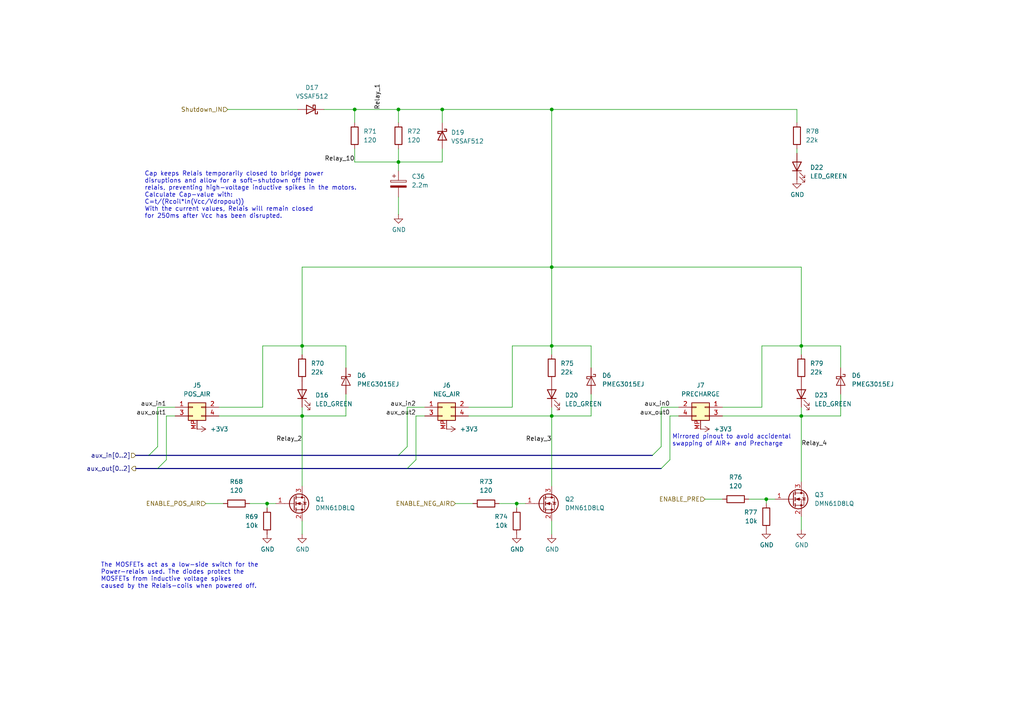
<source format=kicad_sch>
(kicad_sch (version 20231120) (generator "eeschema") (generator_version "8.0")
  (paper "A4")
  (lib_symbols
    (symbol "Device:C_Polarized" (pin_numbers hide) (pin_names (offset 0.254))
      (property "Reference" "C" (at 0.635 2.54 0))
      (property "Value" "C_Polarized" (at 0.635 -2.54 0))
      (symbol "C_Polarized_0_1"
        (rectangle (start -2.286 0.508) (end 2.286 1.016))
        (polyline (pts (xy -1.778 2.286) (xy -0.762 2.286)))
        (polyline (pts (xy -1.27 2.794) (xy -1.27 1.778)))
        (rectangle (start 2.286 -0.508) (end -2.286 -1.016) (fill (type outline)))
      )
      (symbol "C_Polarized_1_1"
        (pin passive line (at 0 3.81 270) (length 2.794) (name "~") (number "1"))
        (pin passive line (at 0 -3.81 90) (length 2.794) (name "~") (number "2"))
      )
    )
    (symbol "Device:LED" (pin_numbers hide) (pin_names (offset 1.016) hide)
      (property "Reference" "D" (at 0 2.54 0))
      (property "Value" "LED" (at 0 -2.54 0))
      (symbol "LED_0_1"
        (polyline (pts (xy -1.27 -1.27) (xy -1.27 1.27)) (stroke (width 0.254)))
        (polyline (pts (xy -1.27 0) (xy 1.27 0)))
        (polyline (pts (xy 1.27 -1.27) (xy 1.27 1.27) (xy -1.27 0) (xy 1.27 -1.27)) (stroke (width 0.254)))
        (polyline (pts (xy -3.048 -0.762) (xy -4.572 -2.286) (xy -3.81 -2.286) (xy -4.572 -2.286) (xy -4.572 -1.524)))
        (polyline (pts (xy -1.778 -0.762) (xy -3.302 -2.286) (xy -2.54 -2.286) (xy -3.302 -2.286) (xy -3.302 -1.524)))
      )
      (symbol "LED_1_1"
        (pin passive line (at -3.81 0 0) (length 2.54) (name "K") (number "1"))
        (pin passive line (at 3.81 0 180) (length 2.54) (name "A") (number "2"))
      )
    )
    (symbol "Device:R" (pin_numbers hide) (pin_names (offset 0))
      (property "Reference" "R" (at 2.032 0 90))
      (property "Value" "R" (at 0 0 90))
      (symbol "R_0_1"
        (rectangle (start -1.016 -2.54) (end 1.016 2.54) (stroke (width 0.254)))
      )
      (symbol "R_1_1"
        (pin passive line (at 0 3.81 270) (length 1.27) (name "~") (number "1"))
        (pin passive line (at 0 -3.81 90) (length 1.27) (name "~") (number "2"))
      )
    )
    (symbol "Diode:PMEG3015EJ" (pin_numbers hide) (pin_names hide)
      (property "Reference" "D" (at 0 2.54 0))
      (property "Value" "PMEG3015EJ" (at 0 -2.54 0))
      (symbol "PMEG3015EJ_0_1"
        (polyline (pts (xy 1.27 0) (xy -1.27 0)))
        (polyline (pts (xy 1.27 1.27) (xy 1.27 -1.27) (xy -1.27 0) (xy 1.27 1.27)) (stroke (width 0.2032)))
        (polyline (pts (xy -1.905 0.635) (xy -1.905 1.27) (xy -1.27 1.27) (xy -1.27 -1.27) (xy -0.635 -1.27) (xy -0.635 -0.635)) (stroke (width 0.2032)))
      )
      (symbol "PMEG3015EJ_1_1"
        (pin passive line (at -3.81 0 0) (length 2.54) (name "K") (number "1"))
        (pin passive line (at 3.81 0 180) (length 2.54) (name "A") (number "2"))
      )
    )
    (symbol "Master:MMNL_2x2p_vertical" (pin_names (offset 1.016) hide)
      (property "Reference" "J" (at 1.27 2.54 0))
      (property "Value" "MMNL_2x2p_vertical" (at 1.27 -5.08 0))
      (symbol "MMNL_2x2p_vertical_1_1"
        (rectangle (start -1.27 -2.413) (end 0 -2.667) (stroke (width 0.1524)))
        (rectangle (start -1.27 0.127) (end 0 -0.127) (stroke (width 0.1524)))
        (rectangle (start -1.27 1.27) (end 3.81 -3.81) (stroke (width 0.254)) (fill (type background)))
        (rectangle (start 3.81 -2.413) (end 2.54 -2.667) (stroke (width 0.1524)))
        (rectangle (start 3.81 0.127) (end 2.54 -0.127) (stroke (width 0.1524)))
        (pin passive line (at -5.08 0 0) (length 3.81) (name "Pin_1") (number "1"))
        (pin passive line (at 7.62 0 180) (length 3.81) (name "Pin_2") (number "2"))
        (pin passive line (at -5.08 -2.54 0) (length 3.81) (name "Pin_3") (number "3"))
        (pin passive line (at 7.62 -2.54 180) (length 3.81) (name "Pin_4") (number "4"))
        (pin passive line (at 1.27 -6.35 90) (length 2.54) (name "") (number "MP"))
      )
    )
    (symbol "Master:VSSAF512" (pin_numbers hide) (pin_names (offset 1.016) hide)
      (property "Reference" "D" (at 0 2.54 0))
      (property "Value" "VSSAF512" (at 0 -2.54 0))
      (symbol "VSSAF512_0_1"
        (polyline (pts (xy 1.27 0) (xy -1.27 0)))
        (polyline (pts (xy 1.27 1.27) (xy 1.27 -1.27) (xy -1.27 0) (xy 1.27 1.27)) (stroke (width 0.254)))
        (polyline (pts (xy -1.905 0.635) (xy -1.905 1.27) (xy -1.27 1.27) (xy -1.27 -1.27) (xy -0.635 -1.27) (xy -0.635 -0.635)) (stroke (width 0.254)))
      )
      (symbol "VSSAF512_1_1"
        (pin passive line (at -3.81 0 0) (length 2.54) (name "K") (number "1"))
        (pin passive line (at 3.81 0 180) (length 2.54) (name "A") (number "2"))
      )
    )
    (symbol "Transistor_FET:DMN61D8LQ" (pin_names hide)
      (property "Reference" "Q" (at 5.08 1.905 0))
      (property "Value" "DMN61D8LQ" (at 5.08 0 0))
      (symbol "DMN61D8LQ_0_1"
        (polyline (pts (xy 0.254 0) (xy -2.54 0)))
        (polyline (pts (xy 0.254 1.905) (xy 0.254 -1.905)) (stroke (width 0.254)))
        (polyline (pts (xy 0.762 -1.27) (xy 0.762 -2.286)) (stroke (width 0.254)))
        (polyline (pts (xy 0.762 0.508) (xy 0.762 -0.508)) (stroke (width 0.254)))
        (polyline (pts (xy 0.762 2.286) (xy 0.762 1.27)) (stroke (width 0.254)))
        (polyline (pts (xy 2.54 2.54) (xy 2.54 1.778)))
        (polyline (pts (xy 2.54 -2.54) (xy 2.54 0) (xy 0.762 0)))
        (polyline (pts (xy 0.762 -1.778) (xy 3.302 -1.778) (xy 3.302 1.778) (xy 0.762 1.778)))
        (polyline (pts (xy 1.016 0) (xy 2.032 0.381) (xy 2.032 -0.381) (xy 1.016 0)) (fill (type outline)))
        (polyline (pts (xy 2.794 0.508) (xy 2.921 0.381) (xy 3.683 0.381) (xy 3.81 0.254)))
        (polyline (pts (xy 3.302 0.381) (xy 2.921 -0.254) (xy 3.683 -0.254) (xy 3.302 0.381)))
        (circle (center 1.651 0) (radius 2.794) (stroke (width 0.254)))
        (circle (center 2.54 -1.778) (radius 0.254) (fill (type outline)))
        (circle (center 2.54 1.778) (radius 0.254) (fill (type outline)))
      )
      (symbol "DMN61D8LQ_1_1"
        (pin input line (at -5.08 0 0) (length 2.54) (name "G") (number "1"))
        (pin passive line (at 2.54 -5.08 90) (length 2.54) (name "S") (number "2"))
        (pin passive line (at 2.54 5.08 270) (length 2.54) (name "D") (number "3"))
      )
    )
    (symbol "power:+3V3" (power) (pin_numbers hide) (pin_names (offset 0) hide)
      (property "Value" "+3V3" (at 0 3.556 0))
      (symbol "+3V3_0_1"
        (polyline (pts (xy -0.762 1.27) (xy 0 2.54)))
        (polyline (pts (xy 0 0) (xy 0 2.54)))
        (polyline (pts (xy 0 2.54) (xy 0.762 1.27)))
      )
      (symbol "+3V3_1_1"
        (pin power_in line (at 0 0 90) (length 0) (name "~") (number "1"))
      )
    )
    (symbol "power:GND" (power) (pin_numbers hide) (pin_names (offset 0) hide)
      (property "Value" "GND" (at 0 -3.81 0))
      (symbol "GND_0_1"
        (polyline (pts (xy 0 0) (xy 0 -1.27) (xy 1.27 -1.27) (xy 0 -2.54) (xy -1.27 -1.27) (xy 0 -1.27)))
      )
      (symbol "GND_1_1"
        (pin power_in line (at 0 0 270) (length 0) (name "~") (number "1"))
      )
    )
  )
  (junction (at 160.02 31.75))
  (junction (at 160.02 77.47))
  (junction (at 160.02 120.65))
  (junction (at 115.57 31.75))
  (junction (at 232.41 120.65))
  (junction (at 102.87 31.75))
  (junction (at 128.27 31.75))
  (junction (at 222.25 144.78))
  (junction (at 115.57 46.99))
  (junction (at 232.41 100.33))
  (junction (at 149.86 146.05))
  (junction (at 87.63 120.65))
  (junction (at 160.02 100.33))
  (junction (at 77.47 146.05))
  (junction (at 87.63 100.33))
  (bus_entry (at 118.11 135.89) (size 2.54 -2.54))
  (bus_entry (at 115.57 132.08) (size 2.54 -2.54))
  (bus_entry (at 189.23 132.08) (size 2.54 -2.54))
  (bus_entry (at 191.77 135.89) (size 2.54 -2.54))
  (bus_entry (at 45.72 135.89) (size 2.54 -2.54))
  (bus_entry (at 43.18 132.08) (size 2.54 -2.54))
  (wire (pts (xy 160.02 118.11) (xy 160.02 120.65)))
  (wire (pts (xy 232.41 149.86) (xy 232.41 153.67)))
  (wire (pts (xy 118.11 118.11) (xy 123.19 118.11)))
  (wire (pts (xy 72.39 146.05) (xy 77.47 146.05)))
  (wire (pts (xy 148.59 118.11) (xy 148.59 100.33)))
  (wire (pts (xy 87.63 120.65) (xy 87.63 118.11)))
  (wire (pts (xy 118.11 129.54) (xy 118.11 118.11)))
  (wire (pts (xy 87.63 154.94) (xy 87.63 151.13)))
  (wire (pts (xy 204.47 144.78) (xy 209.55 144.78)))
  (wire (pts (xy 222.25 144.78) (xy 224.79 144.78)))
  (wire (pts (xy 59.69 146.05) (xy 64.77 146.05)))
  (wire (pts (xy 128.27 31.75) (xy 160.02 31.75)))
  (wire (pts (xy 232.41 77.47) (xy 232.41 100.33)))
  (wire (pts (xy 148.59 100.33) (xy 160.02 100.33)))
  (wire (pts (xy 171.45 114.3) (xy 171.45 120.65)))
  (wire (pts (xy 135.89 118.11) (xy 148.59 118.11)))
  (wire (pts (xy 120.65 120.65) (xy 123.19 120.65)))
  (wire (pts (xy 87.63 77.47) (xy 160.02 77.47)))
  (wire (pts (xy 160.02 120.65) (xy 160.02 140.97)))
  (wire (pts (xy 115.57 46.99) (xy 115.57 49.53)))
  (wire (pts (xy 160.02 100.33) (xy 171.45 100.33)))
  (wire (pts (xy 120.65 120.65) (xy 120.65 133.35)))
  (wire (pts (xy 87.63 77.47) (xy 87.63 100.33)))
  (bus (pts (xy 39.37 135.89) (xy 45.72 135.89)))
  (wire (pts (xy 102.87 31.75) (xy 115.57 31.75)))
  (wire (pts (xy 63.5 120.65) (xy 87.63 120.65)))
  (wire (pts (xy 48.26 120.65) (xy 50.8 120.65)))
  (wire (pts (xy 209.55 120.65) (xy 232.41 120.65)))
  (wire (pts (xy 160.02 100.33) (xy 160.02 102.87)))
  (wire (pts (xy 231.14 44.45) (xy 231.14 43.18)))
  (wire (pts (xy 171.45 120.65) (xy 160.02 120.65)))
  (wire (pts (xy 144.78 146.05) (xy 149.86 146.05)))
  (wire (pts (xy 149.86 146.05) (xy 152.4 146.05)))
  (wire (pts (xy 77.47 146.05) (xy 80.01 146.05)))
  (wire (pts (xy 115.57 43.18) (xy 115.57 46.99)))
  (wire (pts (xy 102.87 46.99) (xy 115.57 46.99)))
  (wire (pts (xy 232.41 120.65) (xy 232.41 139.7)))
  (wire (pts (xy 115.57 57.15) (xy 115.57 62.23)))
  (wire (pts (xy 66.04 31.75) (xy 86.36 31.75)))
  (wire (pts (xy 128.27 46.99) (xy 128.27 43.18)))
  (wire (pts (xy 76.2 100.33) (xy 87.63 100.33)))
  (wire (pts (xy 160.02 31.75) (xy 160.02 77.47)))
  (wire (pts (xy 135.89 120.65) (xy 160.02 120.65)))
  (wire (pts (xy 149.86 146.05) (xy 149.86 147.32)))
  (wire (pts (xy 45.72 118.11) (xy 50.8 118.11)))
  (wire (pts (xy 100.33 100.33) (xy 100.33 106.68)))
  (wire (pts (xy 209.55 118.11) (xy 220.98 118.11)))
  (bus (pts (xy 118.11 135.89) (xy 191.77 135.89)))
  (wire (pts (xy 194.31 120.65) (xy 194.31 133.35)))
  (wire (pts (xy 77.47 147.32) (xy 77.47 146.05)))
  (wire (pts (xy 191.77 118.11) (xy 196.85 118.11)))
  (wire (pts (xy 243.84 114.3) (xy 243.84 120.65)))
  (wire (pts (xy 102.87 43.18) (xy 102.87 46.99)))
  (wire (pts (xy 217.17 144.78) (xy 222.25 144.78)))
  (wire (pts (xy 191.77 129.54) (xy 191.77 118.11)))
  (bus (pts (xy 115.57 132.08) (xy 189.23 132.08)))
  (wire (pts (xy 243.84 100.33) (xy 243.84 106.68)))
  (wire (pts (xy 128.27 31.75) (xy 128.27 35.56)))
  (wire (pts (xy 45.72 129.54) (xy 45.72 118.11)))
  (wire (pts (xy 231.14 35.56) (xy 231.14 31.75)))
  (wire (pts (xy 232.41 100.33) (xy 243.84 100.33)))
  (wire (pts (xy 100.33 100.33) (xy 87.63 100.33)))
  (wire (pts (xy 93.98 31.75) (xy 102.87 31.75)))
  (wire (pts (xy 63.5 118.11) (xy 76.2 118.11)))
  (wire (pts (xy 232.41 118.11) (xy 232.41 120.65)))
  (wire (pts (xy 171.45 100.33) (xy 171.45 106.68)))
  (wire (pts (xy 132.08 146.05) (xy 137.16 146.05)))
  (bus (pts (xy 45.72 135.89) (xy 118.11 135.89)))
  (wire (pts (xy 222.25 144.78) (xy 222.25 146.05)))
  (wire (pts (xy 115.57 31.75) (xy 128.27 31.75)))
  (wire (pts (xy 87.63 120.65) (xy 100.33 120.65)))
  (wire (pts (xy 220.98 100.33) (xy 220.98 118.11)))
  (wire (pts (xy 232.41 100.33) (xy 232.41 102.87)))
  (wire (pts (xy 102.87 31.75) (xy 102.87 35.56)))
  (wire (pts (xy 160.02 77.47) (xy 232.41 77.47)))
  (wire (pts (xy 160.02 151.13) (xy 160.02 154.94)))
  (wire (pts (xy 87.63 100.33) (xy 87.63 102.87)))
  (wire (pts (xy 220.98 100.33) (xy 232.41 100.33)))
  (wire (pts (xy 100.33 120.65) (xy 100.33 114.3)))
  (wire (pts (xy 160.02 31.75) (xy 231.14 31.75)))
  (bus (pts (xy 39.37 132.08) (xy 43.18 132.08)))
  (bus (pts (xy 43.18 132.08) (xy 115.57 132.08)))
  (wire (pts (xy 115.57 31.75) (xy 115.57 35.56)))
  (wire (pts (xy 87.63 140.97) (xy 87.63 120.65)))
  (wire (pts (xy 76.2 100.33) (xy 76.2 118.11)))
  (wire (pts (xy 48.26 120.65) (xy 48.26 133.35)))
  (wire (pts (xy 194.31 120.65) (xy 196.85 120.65)))
  (wire (pts (xy 115.57 46.99) (xy 128.27 46.99)))
  (wire (pts (xy 243.84 120.65) (xy 232.41 120.65)))
  (wire (pts (xy 160.02 77.47) (xy 160.02 100.33)))
  (text "The MOSFETs act as a low-side switch for the\nPower-relais used. The diodes protect the\nMOSFETs from inductive voltage spikes\ncaused by the Relais-coils when powered off." (at 29.21 170.815 0) (effects (font (size 1.27 1.27)) (justify left bottom)))
  (text "Mirrored pinout to avoid accidental\nswapping of AIR+ and Precharge" (at 194.945 129.54 0) (effects (font (size 1.27 1.27)) (justify left bottom)))
  (text "Cap keeps Relais temporarily closed to bridge power\ndisruptions and allow for a soft-shutdown off the \nrelais, preventing high-voltage inductive spikes in the motors. \nCalculate Cap-value with:\nC=t/(Rcoil*ln(Vcc/Vdropout))\nWith the current values, Relais will remain closed \nfor 250ms after Vcc has been disrupted." (at 41.91 63.5 0) (effects (font (size 1.27 1.27)) (justify left bottom)))
  (label "Relay_4" (at 232.41 129.54 0) (property "Netclass" "Relay" (effects (hide yes))))
  (label "aux_out0" (at 194.31 120.65 180))
  (label "aux_in2" (at 120.65 118.11 180))
  (label "Relay_1" (at 110.49 31.75 90) (property "Netclass" "Relay" (effects (hide yes))))
  (label "aux_in1" (at 48.26 118.11 180))
  (label "Relay_3" (at 160.02 128.27 180) (property "Netclass" "Relay" (effects (hide yes))))
  (label "aux_in0" (at 194.31 118.11 180))
  (label "Relay_10" (at 102.87 46.99 180) (property "Netclass" "Relay" (effects (hide yes))))
  (label "aux_out1" (at 48.26 120.65 180))
  (label "Relay_2" (at 87.63 128.27 180) (property "Netclass" "Relay" (effects (hide yes))))
  (label "aux_out2" (at 120.65 120.65 180))
  (hierarchical_label "aux_in[0..2]" (shape input) (at 39.37 132.08 180))
  (hierarchical_label "ENABLE_NEG_AIR" (shape input) (at 132.08 146.05 180))
  (hierarchical_label "ENABLE_POS_AIR" (shape input) (at 59.69 146.05 180))
  (hierarchical_label "Shutdown_IN" (shape input) (at 66.04 31.75 180))
  (hierarchical_label "aux_out[0..2]" (shape output) (at 39.37 135.89 180))
  (hierarchical_label "ENABLE_PRE" (shape input) (at 204.47 144.78 180))
  (symbol (lib_id "Device:C_Polarized") (at 115.57 53.34 0) (unit 1)
    (property "Reference" "C36" (at 119.38 51.181 0) (effects (justify left)))
    (property "Value" "2.2m" (at 119.38 53.721 0) (effects (justify left)))
    (property "Footprint" "Master:WCAP-ASLI_16" (effects (hide yes)))
    (property "Description" "Polarized capacitor" (effects (hide yes)))
  )
  (symbol (lib_id "power:GND") (at 232.41 153.67 0) (unit 1)
    (property "Reference" "#PWR078" (effects (hide yes)))
    (property "Value" "GND" (at 232.537 158.0642 0))
    (property "Description" "Power symbol creates a global label with name \"GND\" , ground" (effects (hide yes)))
  )
  (symbol (lib_id "Device:R") (at 87.63 106.68 0) (unit 1)
    (property "Reference" "R70" (at 90.17 105.41 0) (effects (justify left)))
    (property "Value" "22k" (at 90.17 107.95 0) (effects (justify left)))
    (property "Footprint" "Resistor_SMD:R_0603_1608Metric" (effects (hide yes)))
    (property "Description" "Resistor" (effects (hide yes)))
  )
  (symbol (lib_id "Device:LED") (at 232.41 114.3 90) (unit 1)
    (property "Reference" "D23" (at 236.22 114.6175 90) (effects (justify right)))
    (property "Value" "LED_GREEN" (at 236.22 117.1575 90) (effects (justify right)))
    (property "Footprint" "LED_SMD:LED_0603_1608Metric" (effects (hide yes)))
    (property "Description" "Light emitting diode" (effects (hide yes)))
  )
  (symbol (lib_id "power:+3V3") (at 203.2 124.46 270) (unit 1)
    (property "Reference" "#PWR075" (effects (hide yes)))
    (property "Value" "+3V3" (at 207.01 124.4599 90) (effects (justify left)))
    (property "Description" "Power symbol creates a global label with name \"+3V3\"" (effects (hide yes)))
  )
  (symbol (lib_id "Device:R") (at 115.57 39.37 180) (unit 1)
    (property "Reference" "R72" (at 118.11 38.1 0) (effects (justify right)))
    (property "Value" "120" (at 118.11 40.64 0) (effects (justify right)))
    (property "Footprint" "Resistor_SMD:R_0603_1608Metric" (effects (hide yes)))
    (property "Description" "Resistor" (effects (hide yes)))
  )
  (symbol (lib_id "power:GND") (at 87.63 154.94 0) (unit 1)
    (property "Reference" "#PWR070" (effects (hide yes)))
    (property "Value" "GND" (at 87.757 159.3342 0))
    (property "Description" "Power symbol creates a global label with name \"GND\" , ground" (effects (hide yes)))
  )
  (symbol (lib_id "Device:R") (at 68.58 146.05 90) (unit 1)
    (property "Reference" "R68" (at 68.58 139.7 90))
    (property "Value" "120" (at 68.58 142.24 90))
    (property "Footprint" "Resistor_SMD:R_0603_1608Metric" (effects (hide yes)))
    (property "Description" "Resistor" (effects (hide yes)))
  )
  (symbol (lib_id "Master:MMNL_2x2p_vertical") (at 55.88 118.11 0) (unit 1)
    (property "Reference" "J5" (at 57.15 111.76 0))
    (property "Value" "POS_AIR" (at 57.15 114.3 0))
    (property "Footprint" "FaSTTUBe_connectors:Micro_Mate-N-Lok_2x2p_vertical" (effects (hide yes)))
    (property "Description" "Generic connector, double row, 02x02, odd/even pin numbering scheme (row 1 odd numbers, row 2 even numbers), script generated (kicad-library-utils/schlib/autogen/connector/)" (effects (hide yes)))
  )
  (symbol (lib_id "Device:LED") (at 87.63 114.3 90) (unit 1)
    (property "Reference" "D16" (at 91.44 114.6175 90) (effects (justify right)))
    (property "Value" "LED_GREEN" (at 91.44 117.1575 90) (effects (justify right)))
    (property "Footprint" "LED_SMD:LED_0603_1608Metric" (effects (hide yes)))
    (property "Description" "Light emitting diode" (effects (hide yes)))
  )
  (symbol (lib_id "power:+3V3") (at 129.54 124.46 270) (unit 1)
    (property "Reference" "#PWR072" (effects (hide yes)))
    (property "Value" "+3V3" (at 133.35 124.4599 90) (effects (justify left)))
    (property "Description" "Power symbol creates a global label with name \"+3V3\"" (effects (hide yes)))
  )
  (symbol (lib_id "Device:R") (at 102.87 39.37 180) (unit 1)
    (property "Reference" "R71" (at 105.41 38.1 0) (effects (justify right)))
    (property "Value" "120" (at 105.41 40.64 0) (effects (justify right)))
    (property "Footprint" "Resistor_SMD:R_0603_1608Metric" (effects (hide yes)))
    (property "Description" "Resistor" (effects (hide yes)))
  )
  (symbol (lib_id "Device:R") (at 77.47 151.13 0) (unit 1)
    (property "Reference" "R69" (at 74.93 149.86 0) (effects (justify right)))
    (property "Value" "10k" (at 74.93 152.4 0) (effects (justify right)))
    (property "Footprint" "Resistor_SMD:R_0603_1608Metric" (effects (hide yes)))
    (property "Description" "Resistor" (effects (hide yes)))
  )
  (symbol (lib_id "Device:R") (at 231.14 39.37 0) (unit 1)
    (property "Reference" "R78" (at 233.68 38.1 0) (effects (justify left)))
    (property "Value" "22k" (at 233.68 40.64 0) (effects (justify left)))
    (property "Footprint" "Resistor_SMD:R_0603_1608Metric" (effects (hide yes)))
    (property "Description" "Resistor" (effects (hide yes)))
  )
  (symbol (lib_id "Transistor_FET:DMN61D8LQ") (at 85.09 146.05 0) (unit 1)
    (property "Reference" "Q1" (at 91.44 144.7799 0) (effects (justify left)))
    (property "Value" "DMN61D8LQ" (at 91.44 147.3199 0) (effects (justify left)))
    (property "Footprint" "Package_TO_SOT_SMD:SOT-23" (effects (hide yes)))
    (property "Datasheet" "https://www.diodes.com/assets/Datasheets/DMN61D8LQ.pdf" (effects (hide yes)))
    (property "Description" "60V Vds, 0.470A Id, N-Channel MOSFET for switching inductive loads , SOT-23" (effects (hide yes)))
  )
  (symbol (lib_id "Device:R") (at 232.41 106.68 0) (unit 1)
    (property "Reference" "R79" (at 234.95 105.41 0) (effects (justify left)))
    (property "Value" "22k" (at 234.95 107.95 0) (effects (justify left)))
    (property "Footprint" "Resistor_SMD:R_0603_1608Metric" (effects (hide yes)))
    (property "Description" "Resistor" (effects (hide yes)))
  )
  (symbol (lib_id "Diode:PMEG3015EJ") (at 100.33 110.49 270) (unit 1)
    (property "Reference" "D6" (at 103.505 108.9025 90) (effects (justify left)))
    (property "Value" "PMEG3015EJ" (at 103.505 111.4425 90) (effects (justify left)))
    (property "Footprint" "Diode_SMD:D_SOD-323F" (effects (hide yes)))
    (property "Datasheet" "https://assets.nexperia.com/documents/data-sheet/PMEG3015EH_EJ.pdf" (effects (hide yes)))
    (property "Description" "30V, 1.5A ultra low Vf MEGA Schottky barrier rectifier, SOD-323F" (effects (hide yes)))
    (instances (project "LVBMS" (path "" (reference "D6") (unit 1))) (project "Master_FT24" (path "" (reference "D18") (unit 1))))
  )
  (symbol (lib_id "Master:MMNL_2x2p_vertical") (at 204.47 118.11 0) (mirror y) (unit 1)
    (property "Reference" "J7" (at 203.2 111.76 0))
    (property "Value" "PRECHARGE" (at 203.2 114.3 0))
    (property "Footprint" "FaSTTUBe_connectors:Micro_Mate-N-Lok_2x2p_vertical" (effects (hide yes)))
    (property "Description" "Generic connector, double row, 02x02, odd/even pin numbering scheme (row 1 odd numbers, row 2 even numbers), script generated (kicad-library-utils/schlib/autogen/connector/)" (effects (hide yes)))
  )
  (symbol (lib_id "Diode:PMEG3015EJ") (at 243.84 110.49 270) (unit 1)
    (property "Reference" "D6" (at 247.015 108.9025 90) (effects (justify left)))
    (property "Value" "PMEG3015EJ" (at 247.015 111.4425 90) (effects (justify left)))
    (property "Footprint" "Diode_SMD:D_SOD-323F" (effects (hide yes)))
    (property "Datasheet" "https://assets.nexperia.com/documents/data-sheet/PMEG3015EH_EJ.pdf" (effects (hide yes)))
    (property "Description" "30V, 1.5A ultra low Vf MEGA Schottky barrier rectifier, SOD-323F" (effects (hide yes)))
    (instances (project "LVBMS" (path "" (reference "D6") (unit 1))) (project "Master_FT24" (path "" (reference "D24") (unit 1))))
  )
  (symbol (lib_id "power:+3V3") (at 57.15 124.46 270) (unit 1)
    (property "Reference" "#PWR068" (effects (hide yes)))
    (property "Value" "+3V3" (at 60.96 124.4599 90) (effects (justify left)))
    (property "Description" "Power symbol creates a global label with name \"+3V3\"" (effects (hide yes)))
  )
  (symbol (lib_id "Device:R") (at 149.86 151.13 0) (unit 1)
    (property "Reference" "R74" (at 147.32 149.86 0) (effects (justify right)))
    (property "Value" "10k" (at 147.32 152.4 0) (effects (justify right)))
    (property "Footprint" "Resistor_SMD:R_0603_1608Metric" (effects (hide yes)))
    (property "Description" "Resistor" (effects (hide yes)))
  )
  (symbol (lib_id "Device:R") (at 160.02 106.68 0) (unit 1)
    (property "Reference" "R75" (at 162.56 105.41 0) (effects (justify left)))
    (property "Value" "22k" (at 162.56 107.95 0) (effects (justify left)))
    (property "Footprint" "Resistor_SMD:R_0603_1608Metric" (effects (hide yes)))
    (property "Description" "Resistor" (effects (hide yes)))
  )
  (symbol (lib_id "Device:R") (at 222.25 149.86 0) (unit 1)
    (property "Reference" "R77" (at 219.71 148.59 0) (effects (justify right)))
    (property "Value" "10k" (at 219.71 151.13 0) (effects (justify right)))
    (property "Footprint" "Resistor_SMD:R_0603_1608Metric" (effects (hide yes)))
    (property "Description" "Resistor" (effects (hide yes)))
  )
  (symbol (lib_id "power:GND") (at 160.02 154.94 0) (unit 1)
    (property "Reference" "#PWR074" (effects (hide yes)))
    (property "Value" "GND" (at 160.147 159.3342 0))
    (property "Description" "Power symbol creates a global label with name \"GND\" , ground" (effects (hide yes)))
  )
  (symbol (lib_id "power:GND") (at 115.57 62.23 0) (unit 1)
    (property "Reference" "#PWR071" (effects (hide yes)))
    (property "Value" "GND" (at 115.697 66.6242 0))
    (property "Description" "Power symbol creates a global label with name \"GND\" , ground" (effects (hide yes)))
  )
  (symbol (lib_id "Master:VSSAF512") (at 128.27 39.37 270) (unit 1)
    (property "Reference" "D19" (at 130.81 38.4175 90) (effects (justify left)))
    (property "Value" "VSSAF512" (at 130.81 40.9575 90) (effects (justify left)))
    (property "Footprint" "Diode_SMD:D_SMA" (effects (hide yes)))
    (property "Description" "Schottky diode 100V, 5A" (effects (hide yes)))
  )
  (symbol (lib_id "Master:MMNL_2x2p_vertical") (at 128.27 118.11 0) (unit 1)
    (property "Reference" "J6" (at 129.54 111.76 0))
    (property "Value" "NEG_AIR" (at 129.54 114.3 0))
    (property "Footprint" "FaSTTUBe_connectors:Micro_Mate-N-Lok_2x2p_vertical" (effects (hide yes)))
    (property "Description" "Generic connector, double row, 02x02, odd/even pin numbering scheme (row 1 odd numbers, row 2 even numbers), script generated (kicad-library-utils/schlib/autogen/connector/)" (effects (hide yes)))
  )
  (symbol (lib_id "Transistor_FET:DMN61D8LQ") (at 157.48 146.05 0) (unit 1)
    (property "Reference" "Q2" (at 163.83 144.7799 0) (effects (justify left)))
    (property "Value" "DMN61D8LQ" (at 163.83 147.3199 0) (effects (justify left)))
    (property "Footprint" "Package_TO_SOT_SMD:SOT-23" (effects (hide yes)))
    (property "Datasheet" "https://www.diodes.com/assets/Datasheets/DMN61D8LQ.pdf" (effects (hide yes)))
    (property "Description" "60V Vds, 0.470A Id, N-Channel MOSFET for switching inductive loads , SOT-23" (effects (hide yes)))
  )
  (symbol (lib_id "power:GND") (at 149.86 154.94 0) (unit 1)
    (property "Reference" "#PWR073" (effects (hide yes)))
    (property "Value" "GND" (at 149.987 159.3342 0))
    (property "Description" "Power symbol creates a global label with name \"GND\" , ground" (effects (hide yes)))
  )
  (symbol (lib_id "power:GND") (at 77.47 154.94 0) (unit 1)
    (property "Reference" "#PWR069" (effects (hide yes)))
    (property "Value" "GND" (at 77.597 159.3342 0))
    (property "Description" "Power symbol creates a global label with name \"GND\" , ground" (effects (hide yes)))
  )
  (symbol (lib_id "power:GND") (at 222.25 153.67 0) (unit 1)
    (property "Reference" "#PWR076" (effects (hide yes)))
    (property "Value" "GND" (at 222.377 158.0642 0))
    (property "Description" "Power symbol creates a global label with name \"GND\" , ground" (effects (hide yes)))
  )
  (symbol (lib_id "Device:R") (at 213.36 144.78 90) (unit 1)
    (property "Reference" "R76" (at 213.36 138.43 90))
    (property "Value" "120" (at 213.36 140.97 90))
    (property "Footprint" "Resistor_SMD:R_0603_1608Metric" (effects (hide yes)))
    (property "Description" "Resistor" (effects (hide yes)))
  )
  (symbol (lib_id "Device:LED") (at 231.14 48.26 90) (unit 1)
    (property "Reference" "D22" (at 234.95 48.5775 90) (effects (justify right)))
    (property "Value" "LED_GREEN" (at 234.95 51.1175 90) (effects (justify right)))
    (property "Footprint" "LED_SMD:LED_0603_1608Metric" (effects (hide yes)))
    (property "Description" "Light emitting diode" (effects (hide yes)))
  )
  (symbol (lib_id "Transistor_FET:DMN61D8LQ") (at 229.87 144.78 0) (unit 1)
    (property "Reference" "Q3" (at 236.22 143.5099 0) (effects (justify left)))
    (property "Value" "DMN61D8LQ" (at 236.22 146.0499 0) (effects (justify left)))
    (property "Footprint" "Package_TO_SOT_SMD:SOT-23" (effects (hide yes)))
    (property "Datasheet" "https://www.diodes.com/assets/Datasheets/DMN61D8LQ.pdf" (effects (hide yes)))
    (property "Description" "60V Vds, 0.470A Id, N-Channel MOSFET for switching inductive loads , SOT-23" (effects (hide yes)))
  )
  (symbol (lib_id "Device:R") (at 140.97 146.05 90) (unit 1)
    (property "Reference" "R73" (at 140.97 139.7 90))
    (property "Value" "120" (at 140.97 142.24 90))
    (property "Footprint" "Resistor_SMD:R_0603_1608Metric" (effects (hide yes)))
    (property "Description" "Resistor" (effects (hide yes)))
  )
  (symbol (lib_id "Device:LED") (at 160.02 114.3 90) (unit 1)
    (property "Reference" "D20" (at 163.83 114.6175 90) (effects (justify right)))
    (property "Value" "LED_GREEN" (at 163.83 117.1575 90) (effects (justify right)))
    (property "Footprint" "LED_SMD:LED_0603_1608Metric" (effects (hide yes)))
    (property "Description" "Light emitting diode" (effects (hide yes)))
  )
  (symbol (lib_id "Diode:PMEG3015EJ") (at 171.45 110.49 270) (unit 1)
    (property "Reference" "D6" (at 174.625 108.9025 90) (effects (justify left)))
    (property "Value" "PMEG3015EJ" (at 174.625 111.4425 90) (effects (justify left)))
    (property "Footprint" "Diode_SMD:D_SOD-323F" (effects (hide yes)))
    (property "Datasheet" "https://assets.nexperia.com/documents/data-sheet/PMEG3015EH_EJ.pdf" (effects (hide yes)))
    (property "Description" "30V, 1.5A ultra low Vf MEGA Schottky barrier rectifier, SOD-323F" (effects (hide yes)))
    (instances (project "LVBMS" (path "" (reference "D6") (unit 1))) (project "Master_FT24" (path "" (reference "D21") (unit 1))))
  )
  (symbol (lib_id "Master:VSSAF512") (at 90.17 31.75 180) (unit 1)
    (property "Reference" "D17" (at 90.4875 25.4 0))
    (property "Value" "VSSAF512" (at 90.4875 27.94 0))
    (property "Footprint" "Diode_SMD:D_SMA" (effects (hide yes)))
    (property "Description" "Schottky diode 100V, 5A" (effects (hide yes)))
  )
  (symbol (lib_id "power:GND") (at 231.14 52.07 0) (unit 1)
    (property "Reference" "#PWR077" (effects (hide yes)))
    (property "Value" "GND" (at 231.267 56.4642 0))
    (property "Description" "Power symbol creates a global label with name \"GND\" , ground" (effects (hide yes)))
  )
)
</source>
